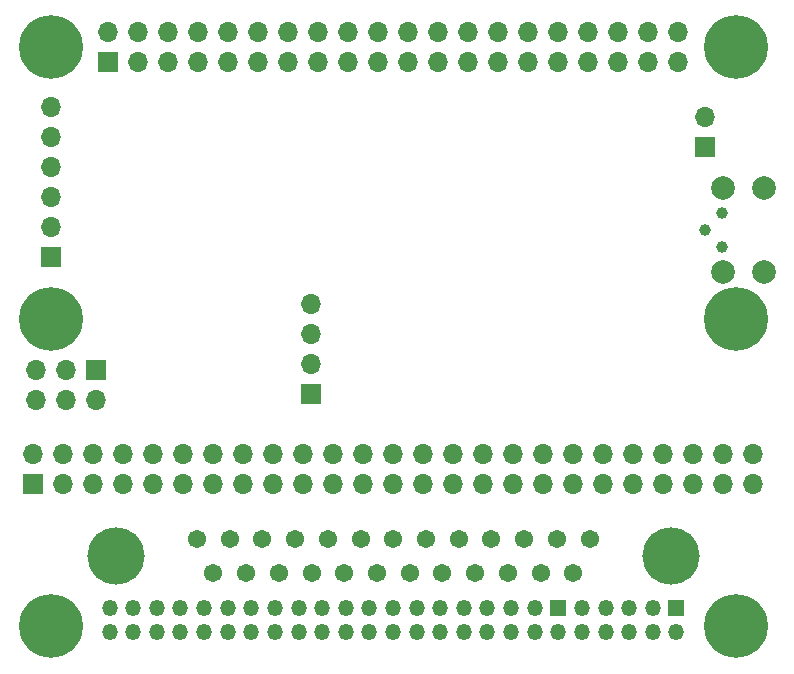
<source format=gbs>
G04 #@! TF.GenerationSoftware,KiCad,Pcbnew,(6.0.4)*
G04 #@! TF.CreationDate,2022-07-19T20:37:22-05:00*
G04 #@! TF.ProjectId,rascsi_2p6,72617363-7369-45f3-9270-362e6b696361,rev?*
G04 #@! TF.SameCoordinates,Original*
G04 #@! TF.FileFunction,Soldermask,Bot*
G04 #@! TF.FilePolarity,Negative*
%FSLAX46Y46*%
G04 Gerber Fmt 4.6, Leading zero omitted, Abs format (unit mm)*
G04 Created by KiCad (PCBNEW (6.0.4)) date 2022-07-19 20:37:22*
%MOMM*%
%LPD*%
G01*
G04 APERTURE LIST*
%ADD10C,0.800000*%
%ADD11C,5.400000*%
%ADD12R,1.700000X1.700000*%
%ADD13O,1.700000X1.700000*%
%ADD14C,2.000000*%
%ADD15R,1.350000X1.350000*%
%ADD16O,1.350000X1.350000*%
%ADD17C,1.545000*%
%ADD18C,4.845000*%
%ADD19C,1.000000*%
G04 APERTURE END LIST*
D10*
X180025000Y-46000000D03*
X176568109Y-47431891D03*
X178000000Y-43975000D03*
D11*
X178000000Y-46000000D03*
D10*
X178000000Y-48025000D03*
X179431891Y-47431891D03*
X175975000Y-46000000D03*
X179431891Y-44568109D03*
X176568109Y-44568109D03*
X178000000Y-71025000D03*
X175975000Y-69000000D03*
X179431891Y-70431891D03*
X176568109Y-67568109D03*
X179431891Y-67568109D03*
D11*
X178000000Y-69000000D03*
D10*
X180025000Y-69000000D03*
X176568109Y-70431891D03*
X178000000Y-66975000D03*
X179431891Y-93568109D03*
X178000000Y-97025000D03*
X176568109Y-93568109D03*
X175975000Y-95000000D03*
X179431891Y-96431891D03*
X178000000Y-92975000D03*
X176568109Y-96431891D03*
X180025000Y-95000000D03*
D11*
X178000000Y-95000000D03*
D12*
X178010000Y-63780000D03*
D13*
X178010000Y-61240000D03*
X178010000Y-58700000D03*
X178010000Y-56160000D03*
X178010000Y-53620000D03*
X178010000Y-51080000D03*
D10*
X236000000Y-71025000D03*
X234568109Y-70431891D03*
D11*
X236000000Y-69000000D03*
D10*
X238025000Y-69000000D03*
X236000000Y-66975000D03*
X237431891Y-70431891D03*
X237431891Y-67568109D03*
X233975000Y-69000000D03*
X234568109Y-67568109D03*
X236000000Y-92975000D03*
X238025000Y-95000000D03*
X234568109Y-96431891D03*
D11*
X236000000Y-95000000D03*
D10*
X236000000Y-97025000D03*
X234568109Y-93568109D03*
X237431891Y-93568109D03*
X237431891Y-96431891D03*
X233975000Y-95000000D03*
X238025000Y-46000000D03*
X237431891Y-47431891D03*
X236000000Y-43975000D03*
X234568109Y-47431891D03*
D11*
X236000000Y-46000000D03*
D10*
X234568109Y-44568109D03*
X236000000Y-48025000D03*
X237431891Y-44568109D03*
X233975000Y-46000000D03*
D14*
X238355000Y-65035000D03*
X238355000Y-57885000D03*
X234905000Y-57885000D03*
X234905000Y-65035000D03*
D12*
X176466500Y-82994500D03*
D13*
X176466500Y-80454500D03*
X179006500Y-82994500D03*
X179006500Y-80454500D03*
X181546500Y-82994500D03*
X181546500Y-80454500D03*
X184086500Y-82994500D03*
X184086500Y-80454500D03*
X186626500Y-82994500D03*
X186626500Y-80454500D03*
X189166500Y-82994500D03*
X189166500Y-80454500D03*
X191706500Y-82994500D03*
X191706500Y-80454500D03*
X194246500Y-82994500D03*
X194246500Y-80454500D03*
X196786500Y-82994500D03*
X196786500Y-80454500D03*
X199326500Y-82994500D03*
X199326500Y-80454500D03*
X201866500Y-82994500D03*
X201866500Y-80454500D03*
X204406500Y-82994500D03*
X204406500Y-80454500D03*
X206946500Y-82994500D03*
X206946500Y-80454500D03*
X209486500Y-82994500D03*
X209486500Y-80454500D03*
X212026500Y-82994500D03*
X212026500Y-80454500D03*
X214566500Y-82994500D03*
X214566500Y-80454500D03*
X217106500Y-82994500D03*
X217106500Y-80454500D03*
X219646500Y-82994500D03*
X219646500Y-80454500D03*
X222186500Y-82994500D03*
X222186500Y-80454500D03*
X224726500Y-82994500D03*
X224726500Y-80454500D03*
X227266500Y-82994500D03*
X227266500Y-80454500D03*
X229806500Y-82994500D03*
X229806500Y-80454500D03*
X232346500Y-82994500D03*
X232346500Y-80454500D03*
X234886500Y-82994500D03*
X234886500Y-80454500D03*
X237426500Y-82994500D03*
X237426500Y-80454500D03*
D15*
X230972000Y-93488000D03*
D16*
X230972000Y-95488000D03*
X228972000Y-93488000D03*
X228972000Y-95488000D03*
X226972000Y-93488000D03*
X226972000Y-95488000D03*
X224972000Y-93488000D03*
X224972000Y-95488000D03*
X222972000Y-93488000D03*
X222972000Y-95488000D03*
D15*
X220972000Y-93488000D03*
D16*
X220972000Y-95488000D03*
X218972000Y-93488000D03*
X218972000Y-95488000D03*
X216972000Y-93488000D03*
X216972000Y-95488000D03*
X214972000Y-93488000D03*
X214972000Y-95488000D03*
X212972000Y-93488000D03*
X212972000Y-95488000D03*
X210972000Y-93488000D03*
X210972000Y-95488000D03*
X208972000Y-93488000D03*
X208972000Y-95488000D03*
X206972000Y-93488000D03*
X206972000Y-95488000D03*
X204972000Y-93488000D03*
X204972000Y-95488000D03*
X202972000Y-93488000D03*
X202972000Y-95488000D03*
X200972000Y-93488000D03*
X200972000Y-95488000D03*
X198972000Y-93488000D03*
X198972000Y-95488000D03*
X196972000Y-93488000D03*
X196972000Y-95488000D03*
X194972000Y-93488000D03*
X194972000Y-95488000D03*
X192972000Y-93488000D03*
X192972000Y-95488000D03*
X190972000Y-93488000D03*
X190972000Y-95488000D03*
X188972000Y-93488000D03*
X188972000Y-95488000D03*
X186972000Y-93488000D03*
X186972000Y-95488000D03*
X184972000Y-93488000D03*
X184972000Y-95488000D03*
X182972000Y-93488000D03*
X182972000Y-95488000D03*
D12*
X181810000Y-73300000D03*
D13*
X181810000Y-75840000D03*
X179270000Y-73300000D03*
X179270000Y-75840000D03*
X176730000Y-73300000D03*
X176730000Y-75840000D03*
D12*
X200070000Y-75380000D03*
D13*
X200070000Y-72840000D03*
X200070000Y-70300000D03*
X200070000Y-67760000D03*
D12*
X182870000Y-47270000D03*
D13*
X182870000Y-44730000D03*
X185410000Y-47270000D03*
X185410000Y-44730000D03*
X187950000Y-47270000D03*
X187950000Y-44730000D03*
X190490000Y-47270000D03*
X190490000Y-44730000D03*
X193030000Y-47270000D03*
X193030000Y-44730000D03*
X195570000Y-47270000D03*
X195570000Y-44730000D03*
X198110000Y-47270000D03*
X198110000Y-44730000D03*
X200650000Y-47270000D03*
X200650000Y-44730000D03*
X203190000Y-47270000D03*
X203190000Y-44730000D03*
X205730000Y-47270000D03*
X205730000Y-44730000D03*
X208270000Y-47270000D03*
X208270000Y-44730000D03*
X210810000Y-47270000D03*
X210810000Y-44730000D03*
X213350000Y-47270000D03*
X213350000Y-44730000D03*
X215890000Y-47270000D03*
X215890000Y-44730000D03*
X218430000Y-47270000D03*
X218430000Y-44730000D03*
X220970000Y-47270000D03*
X220970000Y-44730000D03*
X223510000Y-47270000D03*
X223510000Y-44730000D03*
X226050000Y-47270000D03*
X226050000Y-44730000D03*
X228590000Y-47270000D03*
X228590000Y-44730000D03*
X231130000Y-47270000D03*
X231130000Y-44730000D03*
D17*
X223621600Y-87630000D03*
X220851600Y-87630000D03*
X218081600Y-87630000D03*
X215311600Y-87630000D03*
X212541600Y-87630000D03*
X209771600Y-87630000D03*
X207001600Y-87630000D03*
X204231600Y-87630000D03*
X201461600Y-87630000D03*
X198691600Y-87630000D03*
X195921600Y-87630000D03*
X193151600Y-87630000D03*
X190381600Y-87630000D03*
X222236600Y-90470000D03*
X219466600Y-90470000D03*
X216696600Y-90470000D03*
X213926600Y-90470000D03*
X211156600Y-90470000D03*
X208386600Y-90470000D03*
X205616600Y-90470000D03*
X202846600Y-90470000D03*
X200076600Y-90470000D03*
X197306600Y-90470000D03*
X194536600Y-90470000D03*
X191766600Y-90470000D03*
D18*
X230521600Y-89050000D03*
X183481600Y-89050000D03*
D12*
X233426000Y-54483000D03*
D13*
X233426000Y-51943000D03*
D19*
X233350000Y-61480000D03*
X234850000Y-62910000D03*
X234850000Y-60050000D03*
M02*

</source>
